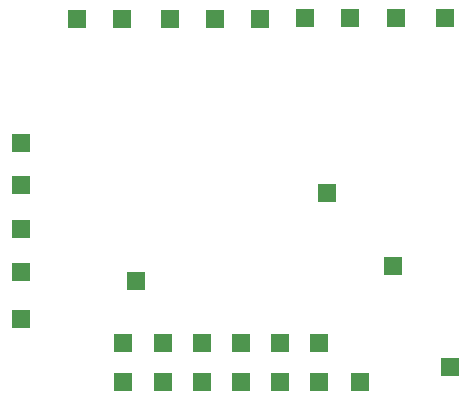
<source format=gbs>
G04*
G04 #@! TF.GenerationSoftware,Altium Limited,Altium Designer,21.1.0 (24)*
G04*
G04 Layer_Color=16711935*
%FSLAX25Y25*%
%MOIN*%
G70*
G04*
G04 #@! TF.SameCoordinates,F511F5FD-4682-4DAA-AC6C-A49189F54C52*
G04*
G04*
G04 #@! TF.FilePolarity,Negative*
G04*
G01*
G75*
%ADD34R,0.06306X0.06306*%
%ADD35R,0.06306X0.06306*%
D34*
X125500Y14000D02*
D03*
X155500Y19000D02*
D03*
X112000Y14000D02*
D03*
Y27000D02*
D03*
X99000Y14000D02*
D03*
Y27000D02*
D03*
X86000Y14000D02*
D03*
Y27000D02*
D03*
X73000Y14000D02*
D03*
Y27000D02*
D03*
X46500D02*
D03*
X60000D02*
D03*
Y14000D02*
D03*
X46500D02*
D03*
X51000Y47500D02*
D03*
X154000Y135180D02*
D03*
X137500D02*
D03*
X122146D02*
D03*
X107217Y135180D02*
D03*
X92313Y135000D02*
D03*
X77167Y135048D02*
D03*
X62335Y135096D02*
D03*
X46399D02*
D03*
X31308Y135000D02*
D03*
X114500Y77000D02*
D03*
D35*
X12500Y35000D02*
D03*
Y50500D02*
D03*
X136516Y52691D02*
D03*
X12505Y93642D02*
D03*
X12500Y65000D02*
D03*
X12642Y79609D02*
D03*
M02*

</source>
